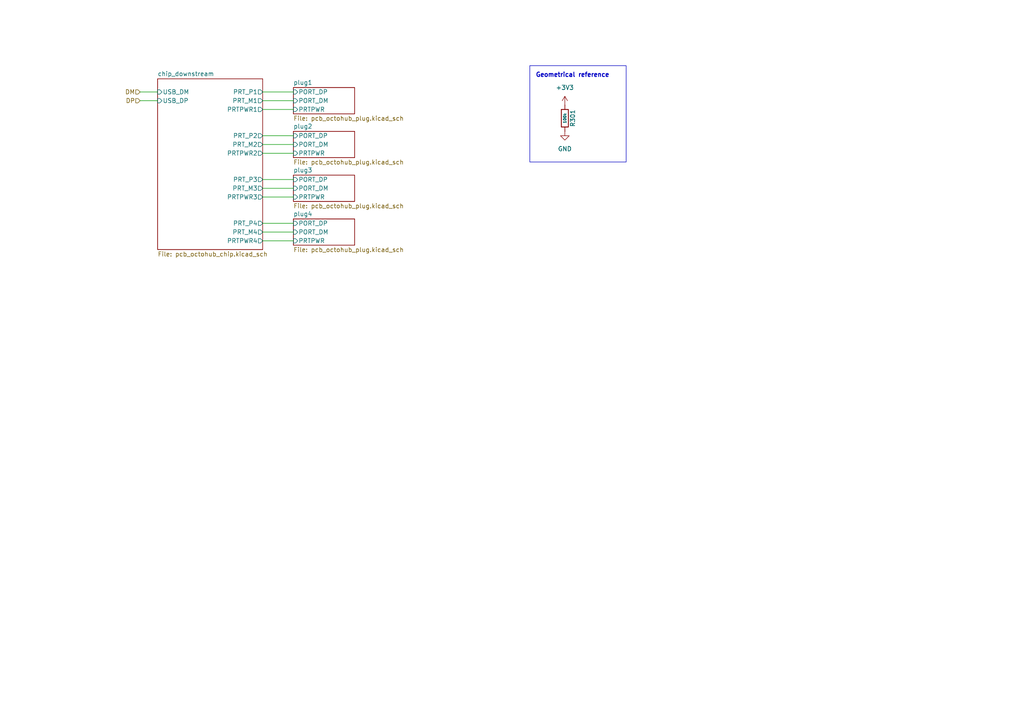
<source format=kicad_sch>
(kicad_sch (version 20231120) (generator "eeschema") (generator_version "8.0")
  (paper "A4")
  (title_block (title "Octoprobe octohub") (date "2024-05-22") (rev "0.1") (company "Hans Märki, Märki Informatik") (comment 1 "The MIT License (MIT)"))
  (lib_symbols
    (symbol "Device:R" (pin_numbers hide) (pin_names (offset 0))
      (property "Reference" "R" (at 2.032 0 90))
      (property "Value" "R" (at 0 0 90))
      (symbol "R_0_1"
        (rectangle (start -1.016 -2.54) (end 1.016 2.54) (stroke (width 0.254)))
      )
      (symbol "R_1_1"
        (pin passive line (at 0 3.81 270) (length 1.27) (name "~") (number "1"))
        (pin passive line (at 0 -3.81 90) (length 1.27) (name "~") (number "2"))
      )
    )
    (symbol "power:+3V3" (power) (pin_numbers hide) (pin_names (offset 0) hide)
      (property "Value" "+3V3" (at 0 3.556 0))
      (symbol "+3V3_0_1"
        (polyline (pts (xy -0.762 1.27) (xy 0 2.54)))
        (polyline (pts (xy 0 0) (xy 0 2.54)))
        (polyline (pts (xy 0 2.54) (xy 0.762 1.27)))
      )
      (symbol "+3V3_1_1"
        (pin power_in line (at 0 0 90) (length 0) (name "~") (number "1"))
      )
    )
    (symbol "power:GND" (power) (pin_numbers hide) (pin_names (offset 0) hide)
      (property "Value" "GND" (at 0 -3.81 0))
      (symbol "GND_0_1"
        (polyline (pts (xy 0 0) (xy 0 -1.27) (xy 1.27 -1.27) (xy 0 -2.54) (xy -1.27 -1.27) (xy 0 -1.27)))
      )
      (symbol "GND_1_1"
        (pin power_in line (at 0 0 270) (length 0) (name "~") (number "1"))
      )
    )
  )
  (wire (pts (xy 76.2 69.85) (xy 85.09 69.85)))
  (wire (pts (xy 76.2 57.15) (xy 85.09 57.15)))
  (wire (pts (xy 76.2 39.37) (xy 85.09 39.37)))
  (wire (pts (xy 40.64 29.21) (xy 45.72 29.21)))
  (wire (pts (xy 76.2 29.21) (xy 85.09 29.21)))
  (wire (pts (xy 76.2 41.91) (xy 85.09 41.91)))
  (wire (pts (xy 76.2 31.75) (xy 85.09 31.75)))
  (wire (pts (xy 76.2 26.67) (xy 85.09 26.67)))
  (wire (pts (xy 76.2 44.45) (xy 85.09 44.45)))
  (wire (pts (xy 76.2 54.61) (xy 85.09 54.61)))
  (wire (pts (xy 76.2 67.31) (xy 85.09 67.31)))
  (wire (pts (xy 76.2 52.07) (xy 85.09 52.07)))
  (wire (pts (xy 76.2 64.77) (xy 85.09 64.77)))
  (wire (pts (xy 40.64 26.67) (xy 45.72 26.67)))
  (rectangle (start 153.67 19.05) (end 181.61 46.99))
  (text "Geometrical reference" (at 155.321 22.606 0) (effects (font (size 1.27 1.27) (thickness 0.254) (bold yes)) (justify left bottom)))
  (hierarchical_label "DP" (shape input) (at 40.64 29.21 180))
  (hierarchical_label "DM" (shape input) (at 40.64 26.67 180))
  (symbol (lib_id "power:GND") (at 163.83 38.1 0) (unit 1)
    (property "Reference" "#PWR0302" (effects (hide yes)))
    (property "Value" "GND" (at 163.83 43.18 0))
    (property "Description" "Power symbol creates a global label with name \"GND\" , ground" (effects (hide yes)))
    (instances (project "pcb_octohub" (path "" (reference "#PWR0302") (unit 1)) (path "" (reference "#PWR0902") (unit 1)) (path "" (reference "#PWR01502") (unit 1)) (path "" (reference "#PWR02102") (unit 1))))
  )
  (symbol (lib_id "power:+3V3") (at 163.83 30.48 0) (unit 1)
    (property "Reference" "#PWR0301" (effects (hide yes)))
    (property "Value" "+3V3" (at 163.83 25.4 0))
    (property "Description" "Power symbol creates a global label with name \"+3V3\"" (effects (hide yes)))
    (instances (project "pcb_octohub" (path "" (reference "#PWR0301") (unit 1)) (path "" (reference "#PWR0901") (unit 1)) (path "" (reference "#PWR01501") (unit 1)) (path "" (reference "#PWR02101") (unit 1))))
  )
  (symbol (lib_id "Device:R") (at 163.83 34.29 180) (unit 1)
    (property "Reference" "R301" (at 166.116 34.29 90))
    (property "Value" "100k" (at 163.83 34.29 90) (effects (font (size 0.8 0.8))))
    (property "Footprint" "Resistor_SMD:R_0402_1005Metric_Pad0.72x0.64mm_HandSolder" (effects (hide yes)))
    (instances (project "pcb_octohub" (path "" (reference "R301") (unit 1)) (path "" (reference "R901") (unit 1)) (path "" (reference "R1501") (unit 1)) (path "" (reference "R2101") (unit 1))))
  )
  (sheet (at 45.72 22.86) (size 30.48 49.53) (stroke (width 0.1524))
    (property "Sheetname" "chip_downstream" (at 45.72 22.1484 0) (effects (justify left bottom)))
    (property "Sheetfile" "pcb_octohub_chip.kicad_sch" (at 45.72 72.9746 0) (effects (justify left top)))
    (pin "PRT_P3" output (at 76.2 52.07 0))
    (pin "PRT_M3" output (at 76.2 54.61 0))
    (pin "PRTPWR3" output (at 76.2 57.15 0))
    (pin "PRT_P4" output (at 76.2 64.77 0))
    (pin "PRT_M4" output (at 76.2 67.31 0))
    (pin "PRTPWR4" output (at 76.2 69.85 0))
    (pin "PRT_P2" output (at 76.2 39.37 0))
    (pin "PRT_M2" output (at 76.2 41.91 0))
    (pin "PRTPWR2" output (at 76.2 44.45 0))
    (pin "PRTPWR1" output (at 76.2 31.75 0))
    (pin "PRT_M1" output (at 76.2 29.21 0))
    (pin "PRT_P1" output (at 76.2 26.67 0))
    (pin "USB_DM" input (at 45.72 26.67 180))
    (pin "USB_DP" input (at 45.72 29.21 180))
  )
  (sheet (at 85.09 50.8) (size 17.78 7.62) (stroke (width 0.1524))
    (property "Sheetname" "plug3" (at 85.09 50.0884 0) (effects (justify left bottom)))
    (property "Sheetfile" "pcb_octohub_plug.kicad_sch" (at 85.09 59.0046 0) (effects (justify left top)))
    (pin "PRTPWR" input (at 85.09 57.15 180))
    (pin "PORT_DM" input (at 85.09 54.61 180))
    (pin "PORT_DP" input (at 85.09 52.07 180))
  )
  (sheet (at 85.09 38.1) (size 17.78 7.62) (stroke (width 0.1524))
    (property "Sheetname" "plug2" (at 85.09 37.3884 0) (effects (justify left bottom)))
    (property "Sheetfile" "pcb_octohub_plug.kicad_sch" (at 85.09 46.3046 0) (effects (justify left top)))
    (pin "PRTPWR" input (at 85.09 44.45 180))
    (pin "PORT_DM" input (at 85.09 41.91 180))
    (pin "PORT_DP" input (at 85.09 39.37 180))
  )
  (sheet (at 85.09 25.4) (size 17.78 7.62) (stroke (width 0.1524))
    (property "Sheetname" "plug1" (at 85.09 24.6884 0) (effects (justify left bottom)))
    (property "Sheetfile" "pcb_octohub_plug.kicad_sch" (at 85.09 33.6046 0) (effects (justify left top)))
    (pin "PRTPWR" input (at 85.09 31.75 180))
    (pin "PORT_DM" input (at 85.09 29.21 180))
    (pin "PORT_DP" input (at 85.09 26.67 180))
  )
  (sheet (at 85.09 63.5) (size 17.78 7.62) (stroke (width 0.1524))
    (property "Sheetname" "plug4" (at 85.09 62.7884 0) (effects (justify left bottom)))
    (property "Sheetfile" "pcb_octohub_plug.kicad_sch" (at 85.09 71.7046 0) (effects (justify left top)))
    (pin "PRTPWR" input (at 85.09 69.85 180))
    (pin "PORT_DM" input (at 85.09 67.31 180))
    (pin "PORT_DP" input (at 85.09 64.77 180))
  )
)
</source>
